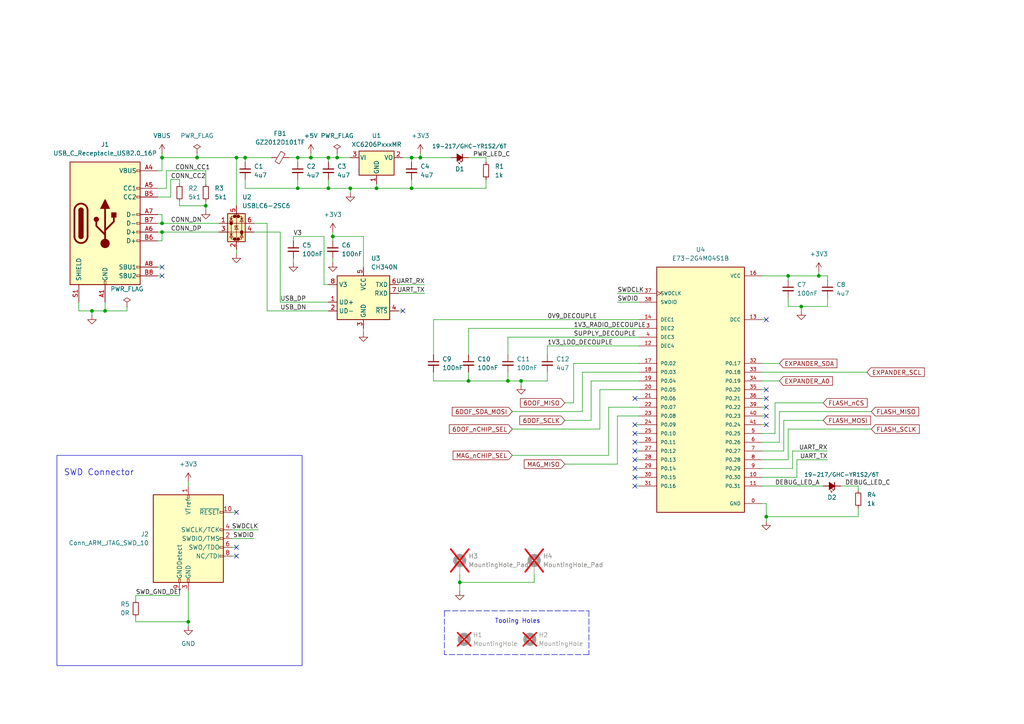
<source format=kicad_sch>
(kicad_sch (version 20231120) (generator "eeschema") (generator_version "8.0")
  (paper "A4")
  (lib_symbols
    (symbol "Conn_ARM_JTAG_SWD_10_1" (pin_names (offset 1.016))
      (property "Reference" "J" (at -2.54 16.51 0))
      (property "Value" "Conn_ARM_JTAG_SWD_10" (at -2.54 13.97 0))
      (symbol "Conn_ARM_JTAG_SWD_10_1_1_1"
        (pin power_in line (at 0 15.24 270) (length 2.54) (name "VTref") (number "1"))
        (pin open_collector line (at 12.7 7.62 180) (length 2.54) (name "~{RESET}") (number "10"))
        (pin bidirectional line (at 12.7 0 180) (length 2.54) (name "SWDIO/TMS") (number "2"))
        (pin power_in line (at 0 -15.24 90) (length 2.54) (name "GND") (number "3"))
        (pin output line (at 12.7 2.54 180) (length 2.54) (name "SWCLK/TCK") (number "4"))
        (pin passive line (at 0 -15.24 90) (length 2.54) hide (name "GND") (number "5"))
        (pin input line (at 12.7 -2.54 180) (length 2.54) (name "SWO/TDO") (number "6"))
        (pin no_connect line (at -10.16 0 0) (length 2.54) hide (name "KEY") (number "7"))
        (pin output line (at 12.7 -5.08 180) (length 2.54) (name "NC/TDI") (number "8"))
        (pin passive line (at -2.54 -15.24 90) (length 2.54) (name "GNDDetect") (number "9"))
      )
    )
    (symbol "Connector:USB_C_Receptacle_USB2.0_16P" (pin_names (offset 1.016))
      (property "Reference" "J" (at 0 22.225 0))
      (property "Value" "USB_C_Receptacle_USB2.0_16P" (at 0 19.685 0))
      (symbol "USB_C_Receptacle_USB2.0_16P_1_1"
        (pin passive line (at 0 -22.86 90) (length 5.08) (name "GND") (number "A1"))
        (pin passive line (at 0 -22.86 90) (length 5.08) hide (name "GND") (number "A12"))
        (pin passive line (at 15.24 15.24 180) (length 5.08) (name "VBUS") (number "A4"))
        (pin bidirectional line (at 15.24 10.16 180) (length 5.08) (name "CC1") (number "A5"))
        (pin bidirectional line (at 15.24 -2.54 180) (length 5.08) (name "D+") (number "A6"))
        (pin bidirectional line (at 15.24 2.54 180) (length 5.08) (name "D-") (number "A7"))
        (pin bidirectional line (at 15.24 -12.7 180) (length 5.08) (name "SBU1") (number "A8"))
        (pin passive line (at 15.24 15.24 180) (length 5.08) hide (name "VBUS") (number "A9"))
        (pin passive line (at 0 -22.86 90) (length 5.08) hide (name "GND") (number "B1"))
        (pin passive line (at 0 -22.86 90) (length 5.08) hide (name "GND") (number "B12"))
        (pin passive line (at 15.24 15.24 180) (length 5.08) hide (name "VBUS") (number "B4"))
        (pin bidirectional line (at 15.24 7.62 180) (length 5.08) (name "CC2") (number "B5"))
        (pin bidirectional line (at 15.24 -5.08 180) (length 5.08) (name "D+") (number "B6"))
        (pin bidirectional line (at 15.24 0 180) (length 5.08) (name "D-") (number "B7"))
        (pin bidirectional line (at 15.24 -15.24 180) (length 5.08) (name "SBU2") (number "B8"))
        (pin passive line (at 15.24 15.24 180) (length 5.08) hide (name "VBUS") (number "B9"))
        (pin passive line (at -7.62 -22.86 90) (length 5.08) (name "SHIELD") (number "S1"))
      )
    )
    (symbol "Device:C_Small" (pin_numbers hide) (pin_names (offset 0.254) hide)
      (property "Reference" "C" (at 0.254 1.778 0))
      (property "Value" "C_Small" (at 0.254 -2.032 0))
      (symbol "C_Small_1_1"
        (pin passive line (at 0 2.54 270) (length 2.032) (name "~") (number "1"))
        (pin passive line (at 0 -2.54 90) (length 2.032) (name "~") (number "2"))
      )
    )
    (symbol "Device:FerriteBead_Small" (pin_numbers hide) (pin_names (offset 0))
      (property "Reference" "FB" (at 1.905 1.27 0))
      (property "Value" "FerriteBead_Small" (at 1.905 -1.27 0))
      (symbol "FerriteBead_Small_1_1"
        (pin passive line (at 0 2.54 270) (length 1.27) (name "~") (number "1"))
        (pin passive line (at 0 -2.54 90) (length 1.27) (name "~") (number "2"))
      )
    )
    (symbol "Device:LED_Small_Filled" (pin_numbers hide) (pin_names (offset 0.254) hide)
      (property "Reference" "D" (at -1.27 3.175 0))
      (property "Value" "LED_Small_Filled" (at -4.445 -2.54 0))
      (symbol "LED_Small_Filled_1_1"
        (pin passive line (at -2.54 0 0) (length 1.778) (name "K") (number "1"))
        (pin passive line (at 2.54 0 180) (length 1.778) (name "A") (number "2"))
      )
    )
    (symbol "Device:R_Small" (pin_numbers hide) (pin_names (offset 0.254) hide)
      (property "Reference" "R" (at 0.762 0.508 0))
      (property "Value" "R_Small" (at 0.762 -1.016 0))
      (symbol "R_Small_1_1"
        (pin passive line (at 0 2.54 270) (length 0.762) (name "~") (number "1"))
        (pin passive line (at 0 -2.54 90) (length 0.762) (name "~") (number "2"))
      )
    )
    (symbol "E73-2G4M04S1B:E73-2G4M04S1B" (pin_names (offset 1.016))
      (property "Reference" "U?" (at 0 40.64 0))
      (property "Value" "E73-2G4M04S1B" (at 0 38.1 0))
      (symbol "E73-2G4M04S1B_0_0"
        (pin bidirectional line (at 17.78 -25.4 180) (length 5.08) (name "P0.30") (number "10"))
        (pin bidirectional line (at 17.78 -27.94 180) (length 5.08) (name "P0.31") (number "11"))
        (pin bidirectional line (at -17.78 12.7 0) (length 5.08) (name "DEC4") (number "12"))
        (pin output line (at 17.78 20.32 180) (length 5.08) (name "DCC") (number "13"))
        (pin bidirectional line (at -17.78 20.32 0) (length 5.08) (name "DEC1") (number "14"))
        (pin power_in line (at 17.78 33.02 180) (length 5.08) (name "VCC") (number "16"))
        (pin bidirectional line (at -17.78 7.62 0) (length 5.08) (name "P0.02") (number "17"))
        (pin bidirectional line (at -17.78 5.08 0) (length 5.08) (name "P0.03") (number "18"))
        (pin bidirectional line (at -17.78 2.54 0) (length 5.08) (name "P0.04") (number "19"))
        (pin bidirectional line (at -17.78 0 0) (length 5.08) (name "P0.05") (number "20"))
        (pin bidirectional line (at -17.78 -2.54 0) (length 5.08) (name "P0.06") (number "21"))
        (pin bidirectional line (at -17.78 -5.08 0) (length 5.08) (name "P0.07") (number "22"))
        (pin bidirectional line (at -17.78 -7.62 0) (length 5.08) (name "P0.08") (number "23"))
        (pin bidirectional line (at -17.78 -10.16 0) (length 5.08) (name "P0.09") (number "24"))
        (pin bidirectional line (at -17.78 -12.7 0) (length 5.08) (name "P0.10") (number "25"))
        (pin bidirectional line (at -17.78 -15.24 0) (length 5.08) (name "P0.11") (number "26"))
        (pin bidirectional line (at -17.78 -17.78 0) (length 5.08) (name "P0.12") (number "27"))
        (pin bidirectional line (at -17.78 -20.32 0) (length 5.08) (name "P0.13") (number "28"))
        (pin bidirectional line (at -17.78 -22.86 0) (length 5.08) (name "P0.14") (number "29"))
        (pin bidirectional line (at -17.78 17.78 0) (length 5.08) (name "DEC2") (number "3"))
        (pin bidirectional line (at -17.78 -25.4 0) (length 5.08) (name "P0.15") (number "30"))
        (pin bidirectional line (at -17.78 -27.94 0) (length 5.08) (name "P0.16") (number "31"))
        (pin bidirectional line (at 17.78 7.62 180) (length 5.08) (name "P0.17") (number "32"))
        (pin bidirectional line (at 17.78 5.08 180) (length 5.08) (name "P0.18") (number "33"))
        (pin bidirectional line (at 17.78 2.54 180) (length 5.08) (name "P0.19") (number "34"))
        (pin bidirectional line (at 17.78 0 180) (length 5.08) (name "P0.20") (number "35"))
        (pin bidirectional line (at 17.78 -2.54 180) (length 5.08) (name "P0.21") (number "36"))
        (pin input clock (at -17.78 27.94 0) (length 5.08) (name "SWDCLK") (number "37"))
        (pin bidirectional line (at -17.78 25.4 0) (length 5.08) (name "SWDIO") (number "38"))
        (pin bidirectional line (at 17.78 -5.08 180) (length 5.08) (name "P0.22") (number "39"))
        (pin bidirectional line (at -17.78 15.24 0) (length 5.08) (name "DEC3") (number "4"))
        (pin bidirectional line (at 17.78 -7.62 180) (length 5.08) (name "P0.23") (number "40"))
        (pin bidirectional line (at 17.78 -10.16 180) (length 5.08) (name "P0.24") (number "41"))
        (pin bidirectional line (at 17.78 -12.7 180) (length 5.08) (name "P0.25") (number "5"))
        (pin bidirectional line (at 17.78 -15.24 180) (length 5.08) (name "P0.26") (number "6"))
        (pin bidirectional line (at 17.78 -17.78 180) (length 5.08) (name "P0.27") (number "7"))
        (pin bidirectional line (at 17.78 -20.32 180) (length 5.08) (name "P0.28") (number "8"))
        (pin bidirectional line (at 17.78 -22.86 180) (length 5.08) (name "P0.29") (number "9"))
      )
      (symbol "E73-2G4M04S1B_1_0"
        (pin power_in line (at 17.78 -33.02 180) (length 5.08) (name "GND") (number "0"))
        (pin power_in line (at 17.78 -33.02 180) (length 5.08) hide (name "GND") (number "1"))
        (pin power_in line (at 17.78 -33.02 180) (length 5.08) hide (name "GND") (number "15"))
        (pin power_in line (at 17.78 -33.02 180) (length 5.08) hide (name "GND") (number "2"))
        (pin power_in line (at 17.78 -33.02 180) (length 5.08) hide (name "GND") (number "42"))
        (pin power_in line (at 17.78 -33.02 180) (length 5.08) hide (name "GND") (number "43"))
      )
    )
    (symbol "GND_1" (power) (pin_numbers hide) (pin_names (offset 0) hide)
      (property "Value" "GND" (at 0 -3.81 0))
      (symbol "GND_1_1_1"
        (pin power_in line (at 0 0 270) (length 0) (name "~") (number "1"))
      )
    )
    (symbol "Interface_USB:CH340N"
      (property "Reference" "U" (at -7.62 6.35 0))
      (property "Value" "CH340N" (at 7.62 6.35 0))
      (symbol "CH340N_1_1"
        (pin bidirectional line (at -10.16 -2.54 0) (length 2.54) (name "UD+") (number "1"))
        (pin bidirectional line (at -10.16 -5.08 0) (length 2.54) (name "UD-") (number "2"))
        (pin power_in line (at 0 -10.16 90) (length 2.54) (name "GND") (number "3"))
        (pin output line (at 10.16 -5.08 180) (length 2.54) (name "~{RTS}") (number "4"))
        (pin power_in line (at 0 7.62 270) (length 2.54) (name "VCC") (number "5"))
        (pin output line (at 10.16 2.54 180) (length 2.54) (name "TXD") (number "6"))
        (pin input line (at 10.16 0 180) (length 2.54) (name "RXD") (number "7"))
        (pin passive line (at -10.16 2.54 0) (length 2.54) (name "V3") (number "8"))
      )
    )
    (symbol "Mechanical:MountingHole" (pin_names (offset 1.016))
      (property "Reference" "H" (at 0 5.08 0))
      (property "Value" "MountingHole" (at 0 3.175 0))
    )
    (symbol "Mechanical:MountingHole_Pad" (pin_numbers hide) (pin_names (offset 1.016) hide)
      (property "Reference" "H" (at 0 6.35 0))
      (property "Value" "MountingHole_Pad" (at 0 4.445 0))
      (symbol "MountingHole_Pad_1_1"
        (pin input line (at 0 -2.54 90) (length 2.54) (name "1") (number "1"))
      )
    )
    (symbol "Power_Protection:USBLC6-2SC6" (pin_names hide)
      (property "Reference" "U" (at 0.635 5.715 0))
      (property "Value" "USBLC6-2SC6" (at 0.635 3.81 0))
      (symbol "USBLC6-2SC6_1_1"
        (pin passive line (at -5.08 0 0) (length 2.54) (name "I/O1") (number "1"))
        (pin passive line (at 0 -7.62 90) (length 2.54) (name "GND") (number "2"))
        (pin passive line (at -5.08 -2.54 0) (length 2.54) (name "I/O2") (number "3"))
        (pin passive line (at 5.08 -2.54 180) (length 2.54) (name "I/O2") (number "4"))
        (pin passive line (at 0 5.08 270) (length 2.54) (name "VBUS") (number "5"))
        (pin passive line (at 5.08 0 180) (length 2.54) (name "I/O1") (number "6"))
      )
    )
    (symbol "Regulator_Linear:XC6206PxxxMR" (pin_names (offset 0.254))
      (property "Reference" "U" (at -3.81 3.175 0))
      (property "Value" "XC6206PxxxMR" (at 0 3.175 0))
      (symbol "XC6206PxxxMR_1_1"
        (pin power_in line (at 0 -7.62 90) (length 2.54) (name "GND") (number "1"))
        (pin power_out line (at 7.62 0 180) (length 2.54) (name "VO") (number "2"))
        (pin power_in line (at -7.62 0 0) (length 2.54) (name "VI") (number "3"))
      )
    )
    (symbol "power:+3V3" (power) (pin_numbers hide) (pin_names (offset 0) hide)
      (property "Value" "+3V3" (at 0 3.556 0))
      (symbol "+3V3_1_1"
        (pin power_in line (at 0 0 90) (length 0) (name "~") (number "1"))
      )
    )
    (symbol "power:+5V" (power) (pin_numbers hide) (pin_names (offset 0) hide)
      (property "Value" "+5V" (at 0 3.556 0))
      (symbol "+5V_1_1"
        (pin power_in line (at 0 0 90) (length 0) (name "~") (number "1"))
      )
    )
    (symbol "power:PWR_FLAG" (power) (pin_numbers hide) (pin_names (offset 0) hide)
      (property "Value" "PWR_FLAG" (at 0 3.81 0))
      (symbol "PWR_FLAG_0_0"
        (pin power_out line (at 0 0 90) (length 0) (name "~") (number "1"))
      )
    )
    (symbol "power:VBUS" (power) (pin_numbers hide) (pin_names (offset 0) hide)
      (property "Value" "VBUS" (at 0 3.556 0))
      (symbol "VBUS_1_1"
        (pin power_in line (at 0 0 90) (length 0) (name "~") (number "1"))
      )
    )
  )
  (junction (at 68.58 45.72))
  (junction (at 119.38 54.61))
  (junction (at 46.99 45.72))
  (junction (at 101.6 54.61))
  (junction (at 232.41 88.9))
  (junction (at 95.25 54.61))
  (junction (at 222.25 149.86))
  (junction (at 95.25 45.72))
  (junction (at 133.35 168.91))
  (junction (at 54.61 180.34))
  (junction (at 26.67 90.17))
  (junction (at 90.17 45.72))
  (junction (at 59.69 59.69))
  (junction (at 228.6 80.01))
  (junction (at 121.92 45.72))
  (junction (at 86.36 45.72))
  (junction (at 151.13 110.49))
  (junction (at 135.89 110.49))
  (junction (at 30.48 90.17))
  (junction (at 86.36 54.61))
  (junction (at 147.32 110.49))
  (junction (at 119.38 45.72))
  (junction (at 46.99 67.31))
  (junction (at 109.22 54.61))
  (junction (at 237.49 80.01))
  (junction (at 97.79 45.72))
  (junction (at 96.52 68.58))
  (junction (at 46.99 64.77))
  (junction (at 57.15 45.72))
  (junction (at 71.12 45.72))
  (no_connect (at 222.25 120.65))
  (no_connect (at 184.15 130.81))
  (no_connect (at 184.15 135.89))
  (no_connect (at 184.15 128.27))
  (no_connect (at 184.15 115.57))
  (no_connect (at 222.25 118.11))
  (no_connect (at 222.25 92.71))
  (no_connect (at 116.84 90.17))
  (no_connect (at 184.15 125.73))
  (no_connect (at 68.58 158.75))
  (no_connect (at 222.25 113.03))
  (no_connect (at 46.99 77.47))
  (no_connect (at 184.15 133.35))
  (no_connect (at 184.15 123.19))
  (no_connect (at 222.25 115.57))
  (no_connect (at 68.58 148.59))
  (no_connect (at 184.15 138.43))
  (no_connect (at 46.99 80.01))
  (no_connect (at 222.25 123.19))
  (no_connect (at 68.58 161.29))
  (no_connect (at 184.15 140.97))
  (wire (pts (xy 158.75 100.33) (xy 185.42 100.33)))
  (wire (pts (xy 166.37 105.41) (xy 166.37 116.84)))
  (wire (pts (xy 86.36 45.72) (xy 83.82 45.72)))
  (wire (pts (xy 30.48 87.63) (xy 30.48 90.17)))
  (wire (pts (xy 179.07 85.09) (xy 185.42 85.09)))
  (wire (pts (xy 226.06 128.27) (xy 220.98 128.27)))
  (wire (pts (xy 86.36 52.07) (xy 86.36 54.61)))
  (wire (pts (xy 57.15 44.45) (xy 57.15 45.72)))
  (wire (pts (xy 163.83 116.84) (xy 166.37 116.84)))
  (wire (pts (xy 71.12 46.99) (xy 71.12 45.72)))
  (wire (pts (xy 227.33 130.81) (xy 220.98 130.81)))
  (wire (pts (xy 185.42 105.41) (xy 166.37 105.41)))
  (wire (pts (xy 81.28 87.63) (xy 95.25 87.63)))
  (wire (pts (xy 185.42 107.95) (xy 168.91 107.95)))
  (wire (pts (xy 147.32 97.79) (xy 185.42 97.79)))
  (wire (pts (xy 237.49 78.74) (xy 237.49 80.01)))
  (wire (pts (xy 179.07 120.65) (xy 179.07 134.62)))
  (wire (pts (xy 90.17 45.72) (xy 95.25 45.72)))
  (wire (pts (xy 115.57 90.17) (xy 116.84 90.17)))
  (wire (pts (xy 151.13 110.49) (xy 158.75 110.49)))
  (wire (pts (xy 96.52 67.31) (xy 96.52 68.58)))
  (wire (pts (xy 179.07 120.65) (xy 185.42 120.65)))
  (wire (pts (xy 52.07 58.42) (xy 52.07 59.69)))
  (wire (pts (xy 90.17 44.45) (xy 90.17 45.72)))
  (wire (pts (xy 228.6 80.01) (xy 237.49 80.01)))
  (wire (pts (xy 48.26 54.61) (xy 45.72 54.61)))
  (wire (pts (xy 148.59 119.38) (xy 168.91 119.38)))
  (wire (pts (xy 46.99 45.72) (xy 57.15 45.72)))
  (wire (pts (xy 67.31 153.67) (xy 74.93 153.67)))
  (wire (pts (xy 45.72 69.85) (xy 46.99 69.85)))
  (wire (pts (xy 68.58 45.72) (xy 71.12 45.72)))
  (wire (pts (xy 45.72 80.01) (xy 46.99 80.01)))
  (wire (pts (xy 140.97 52.07) (xy 140.97 54.61)))
  (wire (pts (xy 52.07 59.69) (xy 59.69 59.69)))
  (wire (pts (xy 148.59 132.08) (xy 176.53 132.08)))
  (polyline (pts (xy 170.815 177.165) (xy 170.815 189.865)) (stroke (width 0) (type dash)))
  (wire (pts (xy 95.25 45.72) (xy 95.25 46.99)))
  (wire (pts (xy 185.42 113.03) (xy 173.99 113.03)))
  (wire (pts (xy 228.6 124.46) (xy 252.73 124.46)))
  (wire (pts (xy 222.25 149.86) (xy 222.25 151.13)))
  (wire (pts (xy 184.15 138.43) (xy 185.42 138.43)))
  (wire (pts (xy 95.25 54.61) (xy 101.6 54.61)))
  (wire (pts (xy 59.69 58.42) (xy 59.69 59.69)))
  (wire (pts (xy 49.53 57.15) (xy 49.53 52.07)))
  (wire (pts (xy 147.32 110.49) (xy 151.13 110.49)))
  (wire (pts (xy 26.67 90.17) (xy 26.67 91.44)))
  (wire (pts (xy 85.09 74.93) (xy 85.09 76.2)))
  (wire (pts (xy 222.25 146.05) (xy 222.25 149.86)))
  (wire (pts (xy 46.99 62.23) (xy 46.99 64.77)))
  (wire (pts (xy 229.87 130.81) (xy 229.87 135.89)))
  (wire (pts (xy 22.86 87.63) (xy 22.86 90.17)))
  (wire (pts (xy 171.45 121.92) (xy 171.45 110.49)))
  (wire (pts (xy 68.58 45.72) (xy 68.58 59.69)))
  (wire (pts (xy 86.36 54.61) (xy 71.12 54.61)))
  (wire (pts (xy 115.57 85.09) (xy 123.19 85.09)))
  (wire (pts (xy 39.37 180.34) (xy 54.61 180.34)))
  (wire (pts (xy 96.52 68.58) (xy 96.52 69.85)))
  (wire (pts (xy 46.99 49.53) (xy 46.99 45.72)))
  (wire (pts (xy 222.25 118.11) (xy 220.98 118.11)))
  (wire (pts (xy 133.35 168.91) (xy 133.35 171.45)))
  (wire (pts (xy 140.97 46.99) (xy 140.97 45.72)))
  (wire (pts (xy 67.31 148.59) (xy 68.58 148.59)))
  (wire (pts (xy 52.07 52.07) (xy 52.07 53.34)))
  (wire (pts (xy 220.98 146.05) (xy 222.25 146.05)))
  (wire (pts (xy 222.25 123.19) (xy 220.98 123.19)))
  (wire (pts (xy 228.6 133.35) (xy 220.98 133.35)))
  (wire (pts (xy 36.83 88.9) (xy 36.83 90.17)))
  (polyline (pts (xy 128.905 177.165) (xy 128.905 189.865)) (stroke (width 0) (type dash)))
  (polyline (pts (xy 170.815 189.865) (xy 128.905 189.865)) (stroke (width 0) (type dash)))
  (wire (pts (xy 237.49 80.01) (xy 240.03 80.01)))
  (wire (pts (xy 77.47 90.17) (xy 95.25 90.17)))
  (wire (pts (xy 222.25 115.57) (xy 220.98 115.57)))
  (wire (pts (xy 46.99 64.77) (xy 63.5 64.77)))
  (wire (pts (xy 184.15 115.57) (xy 185.42 115.57)))
  (wire (pts (xy 96.52 74.93) (xy 96.52 76.2)))
  (wire (pts (xy 220.98 110.49) (xy 226.06 110.49)))
  (wire (pts (xy 224.79 125.73) (xy 220.98 125.73)))
  (wire (pts (xy 57.15 45.72) (xy 68.58 45.72)))
  (wire (pts (xy 116.84 45.72) (xy 119.38 45.72)))
  (wire (pts (xy 101.6 54.61) (xy 101.6 55.88)))
  (wire (pts (xy 71.12 52.07) (xy 71.12 54.61)))
  (wire (pts (xy 184.15 123.19) (xy 185.42 123.19)))
  (wire (pts (xy 67.31 161.29) (xy 68.58 161.29)))
  (wire (pts (xy 36.83 90.17) (xy 30.48 90.17)))
  (wire (pts (xy 176.53 118.11) (xy 176.53 132.08)))
  (wire (pts (xy 67.31 156.21) (xy 73.66 156.21)))
  (wire (pts (xy 158.75 102.87) (xy 158.75 100.33)))
  (wire (pts (xy 125.73 110.49) (xy 135.89 110.49)))
  (wire (pts (xy 173.99 113.03) (xy 173.99 124.46)))
  (wire (pts (xy 231.14 138.43) (xy 231.14 133.35)))
  (wire (pts (xy 85.09 68.58) (xy 85.09 69.85)))
  (wire (pts (xy 184.15 125.73) (xy 185.42 125.73)))
  (wire (pts (xy 45.72 49.53) (xy 46.99 49.53)))
  (wire (pts (xy 119.38 45.72) (xy 119.38 46.99)))
  (wire (pts (xy 227.33 121.92) (xy 227.33 130.81)))
  (wire (pts (xy 229.87 135.89) (xy 220.98 135.89)))
  (wire (pts (xy 158.75 107.95) (xy 158.75 110.49)))
  (wire (pts (xy 26.67 90.17) (xy 30.48 90.17)))
  (wire (pts (xy 39.37 172.72) (xy 52.07 172.72)))
  (wire (pts (xy 93.98 82.55) (xy 93.98 68.58)))
  (wire (pts (xy 148.59 124.46) (xy 173.99 124.46)))
  (wire (pts (xy 226.06 119.38) (xy 226.06 128.27)))
  (wire (pts (xy 109.22 54.61) (xy 109.22 53.34)))
  (wire (pts (xy 95.25 82.55) (xy 93.98 82.55)))
  (wire (pts (xy 96.52 68.58) (xy 105.41 68.58)))
  (wire (pts (xy 125.73 107.95) (xy 125.73 110.49)))
  (wire (pts (xy 46.99 44.45) (xy 46.99 45.72)))
  (wire (pts (xy 39.37 173.99) (xy 39.37 172.72)))
  (wire (pts (xy 179.07 87.63) (xy 185.42 87.63)))
  (wire (pts (xy 97.79 45.72) (xy 95.25 45.72)))
  (wire (pts (xy 171.45 110.49) (xy 185.42 110.49)))
  (wire (pts (xy 220.98 138.43) (xy 231.14 138.43)))
  (wire (pts (xy 81.28 67.31) (xy 73.66 67.31)))
  (wire (pts (xy 231.14 133.35) (xy 240.03 133.35)))
  (wire (pts (xy 248.92 142.24) (xy 248.92 140.97)))
  (wire (pts (xy 73.66 64.77) (xy 77.47 64.77)))
  (wire (pts (xy 222.25 149.86) (xy 248.92 149.86)))
  (wire (pts (xy 45.72 57.15) (xy 49.53 57.15)))
  (wire (pts (xy 248.92 147.32) (xy 248.92 149.86)))
  (wire (pts (xy 119.38 54.61) (xy 109.22 54.61)))
  (wire (pts (xy 133.35 166.37) (xy 133.35 168.91)))
  (wire (pts (xy 240.03 80.01) (xy 240.03 81.28)))
  (wire (pts (xy 184.15 130.81) (xy 185.42 130.81)))
  (wire (pts (xy 95.25 52.07) (xy 95.25 54.61)))
  (wire (pts (xy 133.35 168.91) (xy 154.94 168.91)))
  (wire (pts (xy 168.91 107.95) (xy 168.91 119.38)))
  (wire (pts (xy 54.61 139.7) (xy 54.61 140.97)))
  (wire (pts (xy 220.98 92.71) (xy 222.25 92.71)))
  (wire (pts (xy 52.07 171.45) (xy 52.07 172.72)))
  (wire (pts (xy 240.03 130.81) (xy 229.87 130.81)))
  (wire (pts (xy 68.58 72.39) (xy 68.58 73.66)))
  (wire (pts (xy 46.99 67.31) (xy 63.5 67.31)))
  (wire (pts (xy 226.06 119.38) (xy 252.73 119.38)))
  (wire (pts (xy 220.98 80.01) (xy 228.6 80.01)))
  (wire (pts (xy 77.47 64.77) (xy 77.47 90.17)))
  (wire (pts (xy 184.15 135.89) (xy 185.42 135.89)))
  (wire (pts (xy 45.72 77.47) (xy 46.99 77.47)))
  (wire (pts (xy 222.25 120.65) (xy 220.98 120.65)))
  (wire (pts (xy 54.61 171.45) (xy 54.61 180.34)))
  (wire (pts (xy 59.69 53.34) (xy 59.69 49.53)))
  (wire (pts (xy 135.89 107.95) (xy 135.89 110.49)))
  (wire (pts (xy 121.92 45.72) (xy 121.92 44.45)))
  (wire (pts (xy 125.73 92.71) (xy 125.73 102.87)))
  (wire (pts (xy 97.79 44.45) (xy 97.79 45.72)))
  (wire (pts (xy 248.92 140.97) (xy 243.84 140.97)))
  (wire (pts (xy 151.13 110.49) (xy 151.13 111.76)))
  (polyline (pts (xy 128.905 177.165) (xy 170.815 177.165)) (stroke (width 0) (type dash)))
  (wire (pts (xy 48.26 49.53) (xy 48.26 54.61)))
  (wire (pts (xy 140.97 45.72) (xy 135.89 45.72)))
  (wire (pts (xy 49.53 52.07) (xy 52.07 52.07)))
  (wire (pts (xy 46.99 67.31) (xy 46.99 69.85)))
  (wire (pts (xy 224.79 116.84) (xy 238.76 116.84)))
  (wire (pts (xy 86.36 46.99) (xy 86.36 45.72)))
  (wire (pts (xy 78.74 45.72) (xy 71.12 45.72)))
  (wire (pts (xy 67.31 158.75) (xy 68.58 158.75)))
  (wire (pts (xy 105.41 95.25) (xy 105.41 96.52)))
  (wire (pts (xy 125.73 92.71) (xy 185.42 92.71)))
  (wire (pts (xy 90.17 45.72) (xy 86.36 45.72)))
  (wire (pts (xy 135.89 95.25) (xy 135.89 102.87)))
  (wire (pts (xy 46.99 64.77) (xy 45.72 64.77)))
  (wire (pts (xy 220.98 105.41) (xy 226.06 105.41)))
  (wire (pts (xy 121.92 45.72) (xy 130.81 45.72)))
  (wire (pts (xy 232.41 88.9) (xy 232.41 90.17)))
  (wire (pts (xy 45.72 62.23) (xy 46.99 62.23)))
  (wire (pts (xy 163.83 121.92) (xy 171.45 121.92)))
  (wire (pts (xy 115.57 82.55) (xy 123.19 82.55)))
  (wire (pts (xy 147.32 97.79) (xy 147.32 102.87)))
  (wire (pts (xy 119.38 52.07) (xy 119.38 54.61)))
  (wire (pts (xy 228.6 81.28) (xy 228.6 80.01)))
  (wire (pts (xy 135.89 110.49) (xy 147.32 110.49)))
  (wire (pts (xy 119.38 45.72) (xy 121.92 45.72)))
  (wire (pts (xy 184.15 128.27) (xy 185.42 128.27)))
  (wire (pts (xy 222.25 113.03) (xy 220.98 113.03)))
  (wire (pts (xy 39.37 179.07) (xy 39.37 180.34)))
  (wire (pts (xy 93.98 68.58) (xy 85.09 68.58)))
  (wire (pts (xy 54.61 181.61) (xy 54.61 180.34)))
  (wire (pts (xy 228.6 124.46) (xy 228.6 133.35)))
  (wire (pts (xy 135.89 95.25) (xy 185.42 95.25)))
  (wire (pts (xy 220.98 107.95) (xy 251.46 107.95)))
  (wire (pts (xy 59.69 49.53) (xy 48.26 49.53)))
  (wire (pts (xy 184.15 133.35) (xy 185.42 133.35)))
  (wire (pts (xy 232.41 88.9) (xy 240.03 88.9)))
  (wire (pts (xy 176.53 118.11) (xy 185.42 118.11)))
  (wire (pts (xy 81.28 87.63) (xy 81.28 67.31)))
  (wire (pts (xy 220.98 140.97) (xy 238.76 140.97)))
  (wire (pts (xy 163.83 134.62) (xy 179.07 134.62)))
  (wire (pts (xy 119.38 54.61) (xy 140.97 54.61)))
  (wire (pts (xy 45.72 67.31) (xy 46.99 67.31)))
  (wire (pts (xy 22.86 90.17) (xy 26.67 90.17)))
  (wire (pts (xy 228.6 86.36) (xy 228.6 88.9)))
  (wire (pts (xy 147.32 107.95) (xy 147.32 110.49)))
  (wire (pts (xy 154.94 166.37) (xy 154.94 168.91)))
  (wire (pts (xy 59.69 60.96) (xy 59.69 59.69)))
  (wire (pts (xy 240.03 86.36) (xy 240.03 88.9)))
  (wire (pts (xy 86.36 54.61) (xy 95.25 54.61)))
  (wire (pts (xy 224.79 116.84) (xy 224.79 125.73)))
  (wire (pts (xy 105.41 77.47) (xy 105.41 68.58)))
  (wire (pts (xy 101.6 54.61) (xy 109.22 54.61)))
  (wire (pts (xy 228.6 88.9) (xy 232.41 88.9)))
  (wire (pts (xy 184.15 140.97) (xy 185.42 140.97)))
  (wire (pts (xy 101.6 45.72) (xy 97.79 45.72)))
  (wire (pts (xy 227.33 121.92) (xy 238.76 121.92)))
  (rectangle (start 16.51 132.08) (end 87.63 193.04))
  (text "Tooling Holes" (at 143.51 180.975 0) (effects (font (size 1.27 1.27)) (justify left bottom)))
  (text "SWD Connector" (at 28.702 137.16 0) (effects (font (size 1.778 1.778))))
  (label "DEBUG_LED_C" (at 245.11 140.97 0))
  (label "SWDIO" (at 179.07 87.63 0))
  (label "1V3_RADIO_DECOUPLE" (at 166.37 95.25 0))
  (label "SWDCLK" (at 179.07 85.09 0))
  (label "UART_TX" (at 240.03 133.35 180))
  (label "SWDIO" (at 73.66 156.21 180))
  (label "0V9_DECOUPLE" (at 158.75 92.71 0))
  (label "SWD_GND_DET" (at 39.37 172.72 0))
  (label "USB_DP" (at 81.28 87.63 0))
  (label "DEBUG_LED_A" (at 224.79 140.97 0))
  (label "SWDCLK" (at 74.93 153.67 180))
  (label "PWR_LED_C" (at 137.16 45.72 0))
  (label "CONN_DP" (at 49.53 67.31 0))
  (label "CONN_CC2" (at 49.53 52.07 0))
  (label "USB_DN" (at 81.28 90.17 0))
  (label "1V3_LDO_DECOUPLE" (at 158.75 100.33 0))
  (label "CONN_CC1" (at 50.8 49.53 0))
  (label "UART_RX" (at 240.03 130.81 180))
  (label "UART_RX" (at 123.19 82.55 180))
  (label "CONN_DN" (at 49.53 64.77 0))
  (label "SUPPLY_DECOUPLE" (at 166.37 97.79 0))
  (label "UART_TX" (at 123.19 85.09 180))
  (label "V3" (at 85.09 68.58 0))
  (global_label "FLASH_MISO" (shape input) (at 252.73 119.38 0) (property "Intersheetrefs" "${INTERSHEET_REFS}" (effects (hide yes))))
  (global_label "MAG_nCHIP_SEL" (shape input) (at 148.59 132.08 180) (property "Intersheetrefs" "${INTERSHEET_REFS}" (effects (hide yes))))
  (global_label "FLASH_MOSI" (shape input) (at 238.76 121.92 0) (property "Intersheetrefs" "${INTERSHEET_REFS}" (effects (hide yes))))
  (global_label "EXPANDER_A0" (shape input) (at 226.06 110.49 0) (property "Intersheetrefs" "${INTERSHEET_REFS}" (effects (hide yes))))
  (global_label "FLASH_SCLK" (shape input) (at 252.73 124.46 0) (property "Intersheetrefs" "${INTERSHEET_REFS}" (effects (hide yes))))
  (global_label "6DOF_SDA_MOSI" (shape input) (at 148.59 119.38 180) (property "Intersheetrefs" "${INTERSHEET_REFS}" (effects (hide yes))))
  (global_label "6DOF_SCLK" (shape input) (at 163.83 121.92 180) (property "Intersheetrefs" "${INTERSHEET_REFS}" (effects (hide yes))))
  (global_label "EXPANDER_SCL" (shape input) (at 251.46 107.95 0) (property "Intersheetrefs" "${INTERSHEET_REFS}" (effects (hide yes))))
  (global_label "EXPANDER_SDA" (shape input) (at 226.06 105.41 0) (property "Intersheetrefs" "${INTERSHEET_REFS}" (effects (hide yes))))
  (global_label "6DOF_nCHIP_SEL" (shape input) (at 148.59 124.46 180) (property "Intersheetrefs" "${INTERSHEET_REFS}" (effects (hide yes))))
  (global_label "6DOF_MISO" (shape input) (at 163.83 116.84 180) (property "Intersheetrefs" "${INTERSHEET_REFS}" (effects (hide yes))))
  (global_label "FLASH_nCS" (shape input) (at 238.76 116.84 0) (property "Intersheetrefs" "${INTERSHEET_REFS}" (effects (hide yes))))
  (global_label "MAG_MISO" (shape input) (at 163.83 134.62 180) (property "Intersheetrefs" "${INTERSHEET_REFS}" (effects (hide yes))))
  (symbol (lib_name "GND_1") (lib_id "power:GND") (at 68.58 73.66 0) (unit 1)
    (property "Reference" "#PWR07" (effects (hide yes)))
    (property "Value" "GND" (effects (hide yes)))
    (property "Description" "Power symbol creates a global label with name \"GND\" , ground" (effects (hide yes)))
  )
  (symbol (lib_id "Device:FerriteBead_Small") (at 81.28 45.72 90) (unit 1)
    (property "Reference" "FB1" (at 81.2419 38.735 90))
    (property "Value" "GZ2012D101TF" (at 81.2419 41.275 90))
    (property "Footprint" "Inductor_SMD:L_0805_2012Metric" (effects (hide yes)))
    (property "Datasheet" "https://www.sunlordinc.com//uploads/files/20230829/GZ%20series%20of%20Multilayer%20Chip%20Ferrite%20Bead.pdf" (effects (hide yes)))
    (property "LCSC Part #" "C1015" (effects (hide yes)))
    (property "Manufacturer" "Sunlord" (effects (hide yes)))
    (property "Manufacturer Part Number" "GZ1608D101TF" (effects (hide yes)))
  )
  (symbol (lib_id "Mechanical:MountingHole_Pad") (at 154.94 163.83 0) (unit 1) (in_bom no) (dnp yes)
    (property "Reference" "H4" (at 157.48 161.2899 0) (effects (justify left)))
    (property "Value" "MountingHole_Pad" (at 157.48 163.8299 0) (effects (justify left)))
    (property "Footprint" "MountingHole:MountingHole_2.2mm_M2_Pad" (effects (hide yes)))
    (property "Description" "Mounting Hole with connection" (effects (hide yes)))
  )
  (symbol (lib_id "Device:C_Small") (at 147.32 105.41 0) (unit 1)
    (property "Reference" "C11" (at 149.86 104.1462 0) (effects (justify left)))
    (property "Value" "100nF" (at 149.86 106.6862 0) (effects (justify left)))
    (property "Footprint" "Capacitor_SMD:C_0402_1005Metric" (effects (hide yes)))
    (property "Datasheet" "https://mm.digikey.com/Volume0/opasdata/d220001/medias/docus/609/CL05B104KO5NNNC.pdf" (effects (hide yes)))
    (property "Description" "Unpolarized capacitor, small symbol" (effects (hide yes)))
    (property "Manufacturer" "Samsung Electro-Mechanics" (effects (hide yes)))
    (property "Manufacturer Part Number" "CL05B104KO5NNNC" (effects (hide yes)))
    (property "LCSC Part #" "C1525" (effects (hide yes)))
  )
  (symbol (lib_id "power:+3V3") (at 121.92 44.45 0) (unit 1)
    (property "Reference" "#PWR03" (effects (hide yes)))
    (property "Value" "+3V3" (at 121.92 39.37 0))
    (property "Description" "Power symbol creates a global label with name \"+3V3\"" (effects (hide yes)))
  )
  (symbol (lib_id "Device:LED_Small_Filled") (at 133.35 45.72 180) (unit 1)
    (property "Reference" "D1" (at 133.35 49.022 0))
    (property "Value" "19-217/GHC-YR1S2/6T" (at 136.144 42.418 0) (effects (font (size 1.143 1.143))))
    (property "Footprint" "LED_SMD:LED_0603_1608Metric" (effects (hide yes)))
    (property "Datasheet" "https://datasheet.lcsc.com/lcsc/2207051802_Everlight-Elec-19-217-GHC-YR1S2-6T_C2986059.pdf" (effects (hide yes)))
    (property "LCSC Part #" "C2986059" (effects (hide yes)))
    (property "Manufacturer" "Everlight Electronics Co Ltd" (effects (hide yes)))
    (property "Manufacturer Part Number" "19-217/GHC-YR1S2/6T" (effects (hide yes)))
  )
  (symbol (lib_id "Device:C_Small") (at 240.03 83.82 0) (unit 1)
    (property "Reference" "C8" (at 242.57 82.5562 0) (effects (justify left)))
    (property "Value" "4u7" (at 242.57 85.0962 0) (effects (justify left)))
    (property "Footprint" "Capacitor_SMD:C_0603_1608Metric" (effects (hide yes)))
    (property "Datasheet" "https://mm.digikey.com/Volume0/opasdata/d220001/medias/docus/2328/CL10A475KO8NNNC_Spec.pdf" (effects (hide yes)))
    (property "Description" "Unpolarized capacitor, small symbol" (effects (hide yes)))
    (property "Manufacturer" " Samsung Electro-Mechanics" (effects (hide yes)))
    (property "Manufacturer Part Number" "CL10A475KO8NNNC" (effects (hide yes)))
    (property "LCSC Part #" "C19666" (effects (hide yes)))
  )
  (symbol (lib_id "Mechanical:MountingHole_Pad") (at 133.35 163.83 0) (unit 1) (in_bom no) (dnp yes)
    (property "Reference" "H3" (at 135.89 161.2899 0) (effects (justify left)))
    (property "Value" "MountingHole_Pad" (at 135.89 163.8299 0) (effects (justify left)))
    (property "Footprint" "MountingHole:MountingHole_2.2mm_M2_Pad" (effects (hide yes)))
    (property "Description" "Mounting Hole with connection" (effects (hide yes)))
  )
  (symbol (lib_name "GND_1") (lib_id "power:GND") (at 105.41 96.52 0) (unit 1)
    (property "Reference" "#PWR013" (effects (hide yes)))
    (property "Value" "GND" (effects (hide yes)))
    (property "Description" "Power symbol creates a global label with name \"GND\" , ground" (effects (hide yes)))
  )
  (symbol (lib_name "GND_1") (lib_id "power:GND") (at 59.69 60.96 0) (unit 1)
    (property "Reference" "#PWR05" (effects (hide yes)))
    (property "Value" "GND" (effects (hide yes)))
    (property "Description" "Power symbol creates a global label with name \"GND\" , ground" (effects (hide yes)))
  )
  (symbol (lib_id "Regulator_Linear:XC6206PxxxMR") (at 109.22 45.72 0) (unit 1)
    (property "Reference" "U1" (at 109.22 39.37 0))
    (property "Value" "XC6206PxxxMR" (at 109.22 41.91 0))
    (property "Footprint" "Package_TO_SOT_SMD:SOT-23-3" (effects (hide yes)))
    (property "Datasheet" "https://www.torexsemi.com/file/xc6206/XC6206.pdf" (effects (hide yes)))
    (property "Description" "Positive 60-250mA Low Dropout Regulator, Fixed Output, SOT-23" (effects (hide yes)))
    (property "LCSC Part #" "C5446" (effects (hide yes)))
    (property "Manufacturer Part Number" "XC6206P332MR-G" (effects (hide yes)))
    (property "Manufacturer" "Torex Semiconductor" (effects (hide yes)))
  )
  (symbol (lib_id "Device:C_Small") (at 95.25 49.53 0) (unit 1)
    (property "Reference" "C3" (at 97.79 48.2662 0) (effects (justify left)))
    (property "Value" "4u7" (at 97.79 50.8062 0) (effects (justify left)))
    (property "Footprint" "Capacitor_SMD:C_0603_1608Metric" (effects (hide yes)))
    (property "Datasheet" "https://mm.digikey.com/Volume0/opasdata/d220001/medias/docus/2328/CL10A475KO8NNNC_Spec.pdf" (effects (hide yes)))
    (property "Description" "Unpolarized capacitor, small symbol" (effects (hide yes)))
    (property "Manufacturer" " Samsung Electro-Mechanics" (effects (hide yes)))
    (property "Manufacturer Part Number" "CL10A475KO8NNNC" (effects (hide yes)))
    (property "LCSC Part #" "C19666" (effects (hide yes)))
  )
  (symbol (lib_id "Device:R_Small") (at 140.97 49.53 180) (unit 1)
    (property "Reference" "R1" (at 143.51 48.2599 0) (effects (justify right)))
    (property "Value" "1k" (at 143.51 50.7999 0) (effects (justify right)))
    (property "Footprint" "Resistor_SMD:R_0603_1608Metric" (effects (hide yes)))
    (property "Datasheet" "https://datasheet.lcsc.com/lcsc/2206010130_UNI-ROYAL-Uniroyal-Elec-0603WAF1001T5E_C21190.pdf" (effects (hide yes)))
    (property "Description" "Resistor, small symbol" (effects (hide yes)))
    (property "Manufacturer" "UNI-ROYAL" (effects (hide yes)))
    (property "Manufacturer Part Number" "0603WAF1001T5E" (effects (hide yes)))
    (property "LCSC Part #" "C21190" (effects (hide yes)))
  )
  (symbol (lib_id "Device:C_Small") (at 135.89 105.41 0) (unit 1)
    (property "Reference" "C10" (at 138.43 104.1462 0) (effects (justify left)))
    (property "Value" "100nF" (at 138.43 106.6862 0) (effects (justify left)))
    (property "Footprint" "Capacitor_SMD:C_0402_1005Metric" (effects (hide yes)))
    (property "Datasheet" "https://mm.digikey.com/Volume0/opasdata/d220001/medias/docus/609/CL05B104KO5NNNC.pdf" (effects (hide yes)))
    (property "Description" "Unpolarized capacitor, small symbol" (effects (hide yes)))
    (property "Manufacturer" "Samsung Electro-Mechanics" (effects (hide yes)))
    (property "Manufacturer Part Number" "CL05B104KO5NNNC" (effects (hide yes)))
    (property "LCSC Part #" "C1525" (effects (hide yes)))
  )
  (symbol (lib_id "Mechanical:MountingHole") (at 153.67 185.42 0) (unit 1) (in_bom no) (dnp yes)
    (property "Reference" "H2" (at 156.21 184.1499 0) (effects (justify left)))
    (property "Value" "MountingHole" (at 156.21 186.6899 0) (effects (justify left)))
    (property "Footprint" "JLCPCB:JLCPCB_ToolingHole_45.4mils" (effects (hide yes)))
  )
  (symbol (lib_id "Device:C_Small") (at 158.75 105.41 0) (unit 1)
    (property "Reference" "C12" (at 161.29 104.1462 0) (effects (justify left)))
    (property "Value" "4u7" (at 161.29 106.6862 0) (effects (justify left)))
    (property "Footprint" "Capacitor_SMD:C_0603_1608Metric" (effects (hide yes)))
    (property "Datasheet" "https://mm.digikey.com/Volume0/opasdata/d220001/medias/docus/2328/CL10A475KO8NNNC_Spec.pdf" (effects (hide yes)))
    (property "Description" "Unpolarized capacitor, small symbol" (effects (hide yes)))
    (property "Manufacturer" " Samsung Electro-Mechanics" (effects (hide yes)))
    (property "Manufacturer Part Number" "CL10A475KO8NNNC" (effects (hide yes)))
    (property "LCSC Part #" "C19666" (effects (hide yes)))
  )
  (symbol (lib_id "power:+3V3") (at 96.52 67.31 0) (unit 1)
    (property "Reference" "#PWR06" (effects (hide yes)))
    (property "Value" "+3V3" (at 96.52 62.23 0))
    (property "Description" "Power symbol creates a global label with name \"+3V3\"" (effects (hide yes)))
  )
  (symbol (lib_id "power:PWR_FLAG") (at 97.79 44.45 0) (unit 1)
    (property "Reference" "#FLG02" (effects (hide yes)))
    (property "Value" "PWR_FLAG" (at 97.79 39.37 0))
    (property "Description" "Special symbol for telling ERC where power comes from" (effects (hide yes)))
  )
  (symbol (lib_id "Device:LED_Small_Filled") (at 241.3 140.97 180) (unit 1)
    (property "Reference" "D2" (at 241.3 144.272 0))
    (property "Value" "19-217/GHC-YR1S2/6T" (at 244.094 137.668 0) (effects (font (size 1.143 1.143))))
    (property "Footprint" "LED_SMD:LED_0603_1608Metric" (effects (hide yes)))
    (property "Datasheet" "https://datasheet.lcsc.com/lcsc/2207051802_Everlight-Elec-19-217-GHC-YR1S2-6T_C2986059.pdf" (effects (hide yes)))
    (property "LCSC Part #" "C2986059" (effects (hide yes)))
    (property "Manufacturer" "Everlight Electronics Co Ltd" (effects (hide yes)))
    (property "Manufacturer Part Number" "19-217/GHC-YR1S2/6T" (effects (hide yes)))
  )
  (symbol (lib_name "GND_1") (lib_id "power:GND") (at 96.52 76.2 0) (unit 1)
    (property "Reference" "#PWR09" (effects (hide yes)))
    (property "Value" "GND" (effects (hide yes)))
    (property "Description" "Power symbol creates a global label with name \"GND\" , ground" (effects (hide yes)))
  )
  (symbol (lib_id "Device:C_Small") (at 228.6 83.82 0) (unit 1)
    (property "Reference" "C7" (at 231.14 82.5562 0) (effects (justify left)))
    (property "Value" "100nF" (at 231.14 85.0962 0) (effects (justify left)))
    (property "Footprint" "Capacitor_SMD:C_0402_1005Metric" (effects (hide yes)))
    (property "Datasheet" "https://mm.digikey.com/Volume0/opasdata/d220001/medias/docus/609/CL05B104KO5NNNC.pdf" (effects (hide yes)))
    (property "Description" "Unpolarized capacitor, small symbol" (effects (hide yes)))
    (property "Manufacturer" "Samsung Electro-Mechanics" (effects (hide yes)))
    (property "Manufacturer Part Number" "CL05B104KO5NNNC" (effects (hide yes)))
    (property "LCSC Part #" "C1525" (effects (hide yes)))
  )
  (symbol (lib_name "GND_1") (lib_id "power:GND") (at 133.35 171.45 0) (unit 1)
    (property "Reference" "#PWR028" (effects (hide yes)))
    (property "Value" "GND" (effects (hide yes)))
    (property "Description" "Power symbol creates a global label with name \"GND\" , ground" (effects (hide yes)))
  )
  (symbol (lib_name "GND_1") (lib_id "power:GND") (at 85.09 76.2 0) (unit 1)
    (property "Reference" "#PWR08" (effects (hide yes)))
    (property "Value" "GND" (effects (hide yes)))
    (property "Description" "Power symbol creates a global label with name \"GND\" , ground" (effects (hide yes)))
  )
  (symbol (lib_name "GND_1") (lib_id "power:GND") (at 101.6 55.88 0) (unit 1)
    (property "Reference" "#PWR04" (effects (hide yes)))
    (property "Value" "GND" (effects (hide yes)))
    (property "Description" "Power symbol creates a global label with name \"GND\" , ground" (effects (hide yes)))
  )
  (symbol (lib_id "Mechanical:MountingHole") (at 134.62 185.42 0) (unit 1) (in_bom no) (dnp yes)
    (property "Reference" "H1" (at 137.16 184.1499 0) (effects (justify left)))
    (property "Value" "MountingHole" (at 137.16 186.6899 0) (effects (justify left)))
    (property "Footprint" "JLCPCB:JLCPCB_ToolingHole_45.4mils" (effects (hide yes)))
  )
  (symbol (lib_id "Device:C_Small") (at 85.09 72.39 0) (unit 1)
    (property "Reference" "C5" (at 87.63 71.1262 0) (effects (justify left)))
    (property "Value" "100nF" (at 87.63 73.6662 0) (effects (justify left)))
    (property "Footprint" "Capacitor_SMD:C_0402_1005Metric" (effects (hide yes)))
    (property "Datasheet" "https://mm.digikey.com/Volume0/opasdata/d220001/medias/docus/609/CL05B104KO5NNNC.pdf" (effects (hide yes)))
    (property "Description" "Unpolarized capacitor, small symbol" (effects (hide yes)))
    (property "Manufacturer" "Samsung Electro-Mechanics" (effects (hide yes)))
    (property "Manufacturer Part Number" "CL05B104KO5NNNC" (effects (hide yes)))
    (property "LCSC Part #" "C1525" (effects (hide yes)))
  )
  (symbol (lib_name "GND_1") (lib_id "power:GND") (at 54.61 181.61 0) (unit 1)
    (property "Reference" "#PWR017" (effects (hide yes)))
    (property "Value" "GND" (at 54.61 186.69 0))
    (property "Description" "Power symbol creates a global label with name \"GND\" , ground" (effects (hide yes)))
  )
  (symbol (lib_id "Device:R_Small") (at 39.37 176.53 0) (unit 1)
    (property "Reference" "R5" (at 34.925 175.26 0) (effects (justify left)))
    (property "Value" "0R" (at 34.925 177.8 0) (effects (justify left)))
    (property "Footprint" "Resistor_SMD:R_0402_1005Metric" (effects (hide yes)))
    (property "Datasheet" "https://datasheet.lcsc.com/lcsc/2206010216_UNI-ROYAL-Uniroyal-Elec-0402WGF0000TCE_C17168.pdf" (effects (hide yes)))
    (property "LCSC Part #" "C17168" (effects (hide yes)))
    (property "Manufacturer" "UNI-ROYAL" (effects (hide yes)))
    (property "Manufacturer Part Number" "0402WGF0000TCE" (effects (hide yes)))
  )
  (symbol (lib_id "Device:C_Small") (at 125.73 105.41 0) (unit 1)
    (property "Reference" "C9" (at 128.27 104.1462 0) (effects (justify left)))
    (property "Value" "100nF" (at 128.27 106.6862 0) (effects (justify left)))
    (property "Footprint" "Capacitor_SMD:C_0402_1005Metric" (effects (hide yes)))
    (property "Datasheet" "https://mm.digikey.com/Volume0/opasdata/d220001/medias/docus/609/CL05B104KO5NNNC.pdf" (effects (hide yes)))
    (property "Description" "Unpolarized capacitor, small symbol" (effects (hide yes)))
    (property "Manufacturer" "Samsung Electro-Mechanics" (effects (hide yes)))
    (property "Manufacturer Part Number" "CL05B104KO5NNNC" (effects (hide yes)))
    (property "LCSC Part #" "C1525" (effects (hide yes)))
  )
  (symbol (lib_id "power:+5V") (at 90.17 44.45 0) (unit 1)
    (property "Reference" "#PWR02" (effects (hide yes)))
    (property "Value" "+5V" (at 90.17 39.37 0))
    (property "Description" "Power symbol creates a global label with name \"+5V\"" (effects (hide yes)))
  )
  (symbol (lib_id "Device:R_Small") (at 59.69 55.88 0) (unit 1)
    (property "Reference" "R3" (at 62.23 54.6099 0) (effects (justify left)))
    (property "Value" "5k1" (at 62.23 57.1499 0) (effects (justify left)))
    (property "Footprint" "Resistor_SMD:R_0603_1608Metric" (effects (hide yes)))
    (property "Datasheet" "https://wmsc.lcsc.com/wmsc/upload/file/pdf/v2/lcsc/2206010116_UNI-ROYAL-Uniroyal-Elec-0603WAF5101T5E_C23186.pdf" (effects (hide yes)))
    (property "Description" "Resistor, small symbol" (effects (hide yes)))
    (property "Manufacturer" "UNI-ROYAL" (effects (hide yes)))
    (property "Manufacturer Part Number" "0603WAF5101T5E" (effects (hide yes)))
    (property "LCSC Part #" "C23186" (effects (hide yes)))
  )
  (symbol (lib_id "power:+3V3") (at 54.61 139.7 0) (unit 1)
    (property "Reference" "#PWR015" (effects (hide yes)))
    (property "Value" "+3V3" (at 54.61 134.62 0))
    (property "Description" "Power symbol creates a global label with name \"+3V3\"" (effects (hide yes)))
  )
  (symbol (lib_id "power:PWR_FLAG") (at 57.15 44.45 0) (unit 1)
    (property "Reference" "#FLG01" (effects (hide yes)))
    (property "Value" "PWR_FLAG" (at 57.15 39.37 0))
    (property "Description" "Special symbol for telling ERC where power comes from" (effects (hide yes)))
  )
  (symbol (lib_id "Interface_USB:CH340N") (at 105.41 85.09 0) (unit 1)
    (property "Reference" "U3" (at 107.6041 74.93 0) (effects (justify left)))
    (property "Value" "CH340N" (at 107.6041 77.47 0) (effects (justify left)))
    (property "Footprint" "Package_SO:SOP-8_3.9x4.9mm_P1.27mm" (effects (hide yes)))
    (property "Datasheet" "https://aitendo3.sakura.ne.jp/aitendo_data/product_img/ic/inteface/CH340N/ch340n.pdf" (effects (hide yes)))
    (property "Description" "USB serial converter, 2Mbps, UART, SOP-8" (effects (hide yes)))
    (property "LCSC Part #" "C2977777" (effects (hide yes)))
    (property "Manufacturer Part Number" "CH340N" (effects (hide yes)))
  )
  (symbol (lib_id "power:+3V3") (at 237.49 78.74 0) (unit 1)
    (property "Reference" "#PWR010" (effects (hide yes)))
    (property "Value" "+3V3" (at 237.49 73.66 0))
    (property "Description" "Power symbol creates a global label with name \"+3V3\"" (effects (hide yes)))
  )
  (symbol (lib_id "Connector:USB_C_Receptacle_USB2.0_16P") (at 30.48 64.77 0) (unit 1)
    (property "Reference" "J1" (at 30.48 41.91 0))
    (property "Value" "USB_C_Receptacle_USB2.0_16P" (at 30.48 44.45 0))
    (property "Footprint" "Connector_USB:USB_C_Receptacle_XKB_U262-16XN-4BVC11" (effects (hide yes)))
    (property "Datasheet" "https://www.usb.org/sites/default/files/documents/usb_type-c.zip" (effects (hide yes)))
    (property "Description" "USB 2.0-only 16P Type-C Receptacle connector" (effects (hide yes)))
    (property "LCSC Part #" "C319148" (effects (hide yes)))
    (property "Manufacturer Part Number" "U262-161N-4BVC11" (effects (hide yes)))
    (property "Manufacturer" "XKB Connection" (effects (hide yes)))
  )
  (symbol (lib_id "Power_Protection:USBLC6-2SC6") (at 68.58 64.77 0) (unit 1)
    (property "Reference" "U2" (at 70.2311 57.15 0) (effects (justify left)))
    (property "Value" "USBLC6-2SC6" (at 70.2311 59.69 0) (effects (justify left)))
    (property "Footprint" "Package_TO_SOT_SMD:SOT-23-6" (effects (hide yes)))
    (property "Datasheet" "https://www.st.com/resource/en/datasheet/usblc6-2.pdf" (effects (hide yes)))
    (property "Description" "Very low capacitance ESD protection diode, 2 data-line, SOT-23-6" (effects (hide yes)))
    (property "LCSC Part #" "C2827654" (effects (hide yes)))
    (property "Manufacturer Part Number" "USBLC6-2SC6" (effects (hide yes)))
  )
  (symbol (lib_id "Device:C_Small") (at 119.38 49.53 0) (unit 1)
    (property "Reference" "C4" (at 121.92 48.2662 0) (effects (justify left)))
    (property "Value" "4u7" (at 121.92 50.8062 0) (effects (justify left)))
    (property "Footprint" "Capacitor_SMD:C_0603_1608Metric" (effects (hide yes)))
    (property "Datasheet" "https://mm.digikey.com/Volume0/opasdata/d220001/medias/docus/2328/CL10A475KO8NNNC_Spec.pdf" (effects (hide yes)))
    (property "Description" "Unpolarized capacitor, small symbol" (effects (hide yes)))
    (property "Manufacturer" " Samsung Electro-Mechanics" (effects (hide yes)))
    (property "Manufacturer Part Number" "CL10A475KO8NNNC" (effects (hide yes)))
    (property "LCSC Part #" "C19666" (effects (hide yes)))
  )
  (symbol (lib_id "power:PWR_FLAG") (at 36.83 88.9 0) (unit 1)
    (property "Reference" "#FLG03" (effects (hide yes)))
    (property "Value" "PWR_FLAG" (at 36.83 83.82 0))
    (property "Description" "Special symbol for telling ERC where power comes from" (effects (hide yes)))
  )
  (symbol (lib_name "GND_1") (lib_id "power:GND") (at 232.41 90.17 0) (unit 1)
    (property "Reference" "#PWR011" (effects (hide yes)))
    (property "Value" "GND" (effects (hide yes)))
    (property "Description" "Power symbol creates a global label with name \"GND\" , ground" (effects (hide yes)))
  )
  (symbol (lib_id "power:VBUS") (at 46.99 44.45 0) (unit 1)
    (property "Reference" "#PWR01" (effects (hide yes)))
    (property "Value" "VBUS" (at 46.99 39.37 0))
    (property "Description" "Power symbol creates a global label with name \"VBUS\"" (effects (hide yes)))
  )
  (symbol (lib_id "Device:R_Small") (at 52.07 55.88 0) (unit 1)
    (property "Reference" "R2" (at 54.61 54.6099 0) (effects (justify left)))
    (property "Value" "5k1" (at 54.61 57.1499 0) (effects (justify left)))
    (property "Footprint" "Resistor_SMD:R_0603_1608Metric" (effects (hide yes)))
    (property "Datasheet" "https://wmsc.lcsc.com/wmsc/upload/file/pdf/v2/lcsc/2206010116_UNI-ROYAL-Uniroyal-Elec-0603WAF5101T5E_C23186.pdf" (effects (hide yes)))
    (property "Description" "Resistor, small symbol" (effects (hide yes)))
    (property "Manufacturer" "UNI-ROYAL" (effects (hide yes)))
    (property "Manufacturer Part Number" "0603WAF5101T5E" (effects (hide yes)))
    (property "LCSC Part #" "C23186" (effects (hide yes)))
  )
  (symbol (lib_id "Device:C_Small") (at 96.52 72.39 0) (unit 1)
    (property "Reference" "C6" (at 99.06 71.1262 0) (effects (justify left)))
    (property "Value" "100nF" (at 99.06 73.6662 0) (effects (justify left)))
    (property "Footprint" "Capacitor_SMD:C_0402_1005Metric" (effects (hide yes)))
    (property "Datasheet" "https://mm.digikey.com/Volume0/opasdata/d220001/medias/docus/609/CL05B104KO5NNNC.pdf" (effects (hide yes)))
    (property "Description" "Unpolarized capacitor, small symbol" (effects (hide yes)))
    (property "Manufacturer" "Samsung Electro-Mechanics" (effects (hide yes)))
    (property "Manufacturer Part Number" "CL05B104KO5NNNC" (effects (hide yes)))
    (property "LCSC Part #" "C1525" (effects (hide yes)))
  )
  (symbol (lib_name "Conn_ARM_JTAG_SWD_10_1") (lib_id "Connector:Conn_ARM_JTAG_SWD_10") (at 54.61 156.21 0) (unit 1)
    (property "Reference" "J2" (at 43.18 154.9399 0) (effects (justify right)))
    (property "Value" "Conn_ARM_JTAG_SWD_10" (at 43.18 157.4799 0) (effects (justify right)))
    (property "Footprint" "Connector_PinHeader_1.27mm:PinHeader_2x05_P1.27mm_Vertical_SMD" (effects (hide yes)))
    (property "Datasheet" "http://infocenter.arm.com/help/topic/com.arm.doc.ddi0314h/DDI0314H_coresight_components_trm.pdf" (effects (hide yes)))
    (property "Description" "Cortex Debug Connector, standard ARM Cortex-M SWD and JTAG interface" (effects (hide yes)))
    (property "LCSC Part #" "C598540" (effects (hide yes)))
    (property "Manufacturer Part Number" "20021121-00010T4LF" (effects (hide yes)))
    (property "Manufacturer" "Amphenol ICC" (effects (hide yes)))
  )
  (symbol (lib_id "Device:C_Small") (at 86.36 49.53 0) (unit 1)
    (property "Reference" "C2" (at 88.9 48.2662 0) (effects (justify left)))
    (property "Value" "4u7" (at 88.9 50.8062 0) (effects (justify left)))
    (property "Footprint" "Capacitor_SMD:C_0603_1608Metric" (effects (hide yes)))
    (property "Datasheet" "https://mm.digikey.com/Volume0/opasdata/d220001/medias/docus/2328/CL10A475KO8NNNC_Spec.pdf" (effects (hide yes)))
    (property "Description" "Unpolarized capacitor, small symbol" (effects (hide yes)))
    (property "Manufacturer" " Samsung Electro-Mechanics" (effects (hide yes)))
    (property "Manufacturer Part Number" "CL10A475KO8NNNC" (effects (hide yes)))
    (property "LCSC Part #" "C19666" (effects (hide yes)))
  )
  (symbol (lib_id "Device:R_Small") (at 248.92 144.78 180) (unit 1)
    (property "Reference" "R4" (at 251.46 143.5099 0) (effects (justify right)))
    (property "Value" "1k" (at 251.46 146.0499 0) (effects (justify right)))
    (property "Footprint" "Resistor_SMD:R_0603_1608Metric" (effects (hide yes)))
    (property "Datasheet" "https://datasheet.lcsc.com/lcsc/2206010130_UNI-ROYAL-Uniroyal-Elec-0603WAF1001T5E_C21190.pdf" (effects (hide yes)))
    (property "Description" "Resistor, small symbol" (effects (hide yes)))
    (property "Manufacturer" "UNI-ROYAL" (effects (hide yes)))
    (property "Manufacturer Part Number" "0603WAF1001T5E" (effects (hide yes)))
    (property "LCSC Part #" "C21190" (effects (hide yes)))
  )
  (symbol (lib_name "GND_1") (lib_id "power:GND") (at 26.67 91.44 0) (unit 1)
    (property "Reference" "#PWR012" (effects (hide yes)))
    (property "Value" "GND" (effects (hide yes)))
    (property "Description" "Power symbol creates a global label with name \"GND\" , ground" (effects (hide yes)))
  )
  (symbol (lib_name "GND_1") (lib_id "power:GND") (at 222.25 151.13 0) (unit 1)
    (property "Reference" "#PWR016" (effects (hide yes)))
    (property "Value" "GND" (effects (hide yes)))
    (property "Description" "Power symbol creates a global label with name \"GND\" , ground" (effects (hide yes)))
  )
  (symbol (lib_name "GND_1") (lib_id "power:GND") (at 151.13 111.76 0) (unit 1)
    (property "Reference" "#PWR014" (effects (hide yes)))
    (property "Value" "GND" (effects (hide yes)))
    (property "Description" "Power symbol creates a global label with name \"GND\" , ground" (effects (hide yes)))
  )
  (symbol (lib_id "E73-2G4M04S1B:E73-2G4M04S1B") (at 203.2 113.03 0) (unit 1)
    (property "Reference" "U4" (at 203.2 72.39 0))
    (property "Value" "E73-2G4M04S1B" (at 203.2 74.93 0))
    (property "Footprint" "E73-2G4M04S1B:XCVR_E73-2G4M04S1B" (effects (hide yes)))
    (property "MF" "EBYTE" (effects (hide yes)))
    (property "MAXIMUM_PACKAGE_HEIGHT" "2.7mm" (effects (hide yes)))
    (property "Package" "Package" (effects (hide yes)))
    (property "Price" "None" (effects (hide yes)))
    (property "Check_prices" "https://www.snapeda.com/parts/E73-2G4M04S1B/EBYTE/view-part/?ref=eda" (effects (hide yes)))
    (property "STANDARD" "Manufacturer Recommendations" (effects (hide yes)))
    (property "PARTREV" "1.4" (effects (hide yes)))
    (property "SnapEDA_Link" "https://www.snapeda.com/parts/E73-2G4M04S1B/EBYTE/view-part/?ref=snap" (effects (hide yes)))
    (property "Manufacturer Part Number" "E73-2G4M04S1B" (effects (hide yes)))
    (property "Description_1" "\nnRF52832 BLE 4.2/5.0 SMD Wireless Module\n" (effects (hide yes)))
    (property "Availability" "Not in stock" (effects (hide yes)))
    (property "Manufacturer" "EBYTE" (effects (hide yes)))
    (property "LSCS Part #" "C411306" (effects (hide yes)))
  )
  (symbol (lib_id "Device:C_Small") (at 71.12 49.53 0) (unit 1)
    (property "Reference" "C1" (at 73.66 48.2662 0) (effects (justify left)))
    (property "Value" "4u7" (at 73.66 50.8062 0) (effects (justify left)))
    (property "Footprint" "Capacitor_SMD:C_0603_1608Metric" (effects (hide yes)))
    (property "Datasheet" "https://mm.digikey.com/Volume0/opasdata/d220001/medias/docus/2328/CL10A475KO8NNNC_Spec.pdf" (effects (hide yes)))
    (property "Description" "Unpolarized capacitor, small symbol" (effects (hide yes)))
    (property "Manufacturer" " Samsung Electro-Mechanics" (effects (hide yes)))
    (property "Manufacturer Part Number" "CL10A475KO8NNNC" (effects (hide yes)))
    (property "LCSC Part #" "C19666" (effects (hide yes)))
  )
)
</source>
